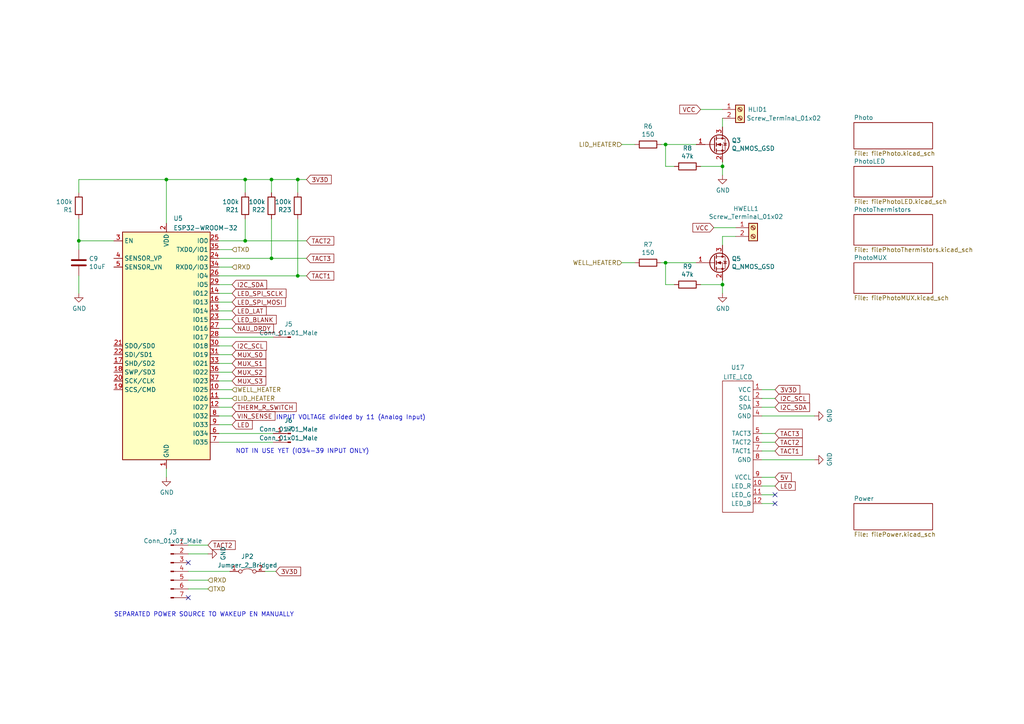
<source format=kicad_sch>
(kicad_sch (version 20211123) (generator eeschema)
  (paper "A4")
  (lib_symbols
    (symbol "Connector:Conn_01x01_Male" (pin_names (offset 1.016) hide)
      (property "Reference" "J" (at 0 2.54 0))
      (property "Value" "Conn_01x01_Male" (at 0 -2.54 0))
      (symbol "Conn_01x01_Male_1_1"
        (polyline (pts (xy 1.27 0) (xy 0.8636 0)) (stroke (width 0.1524)))
        (rectangle (start 0.8636 0.127) (end 0 -0.127) (stroke (width 0.1524)) (fill (type outline)))
        (pin passive line (at 5.08 0 180) (length 3.81) (name "Pin_1") (number "1"))
      )
    )
    (symbol "Connector:Conn_01x07_Male" (pin_names (offset 1.016) hide)
      (property "Reference" "J" (at 0 10.16 0))
      (property "Value" "Conn_01x07_Male" (at 0 -10.16 0))
      (symbol "Conn_01x07_Male_1_1"
        (polyline (pts (xy 1.27 -7.62) (xy 0.8636 -7.62)) (stroke (width 0.1524)))
        (polyline (pts (xy 1.27 -5.08) (xy 0.8636 -5.08)) (stroke (width 0.1524)))
        (polyline (pts (xy 1.27 -2.54) (xy 0.8636 -2.54)) (stroke (width 0.1524)))
        (polyline (pts (xy 1.27 0) (xy 0.8636 0)) (stroke (width 0.1524)))
        (polyline (pts (xy 1.27 2.54) (xy 0.8636 2.54)) (stroke (width 0.1524)))
        (polyline (pts (xy 1.27 5.08) (xy 0.8636 5.08)) (stroke (width 0.1524)))
        (polyline (pts (xy 1.27 7.62) (xy 0.8636 7.62)) (stroke (width 0.1524)))
        (rectangle (start 0.8636 -7.493) (end 0 -7.747) (stroke (width 0.1524)) (fill (type outline)))
        (rectangle (start 0.8636 -4.953) (end 0 -5.207) (stroke (width 0.1524)) (fill (type outline)))
        (rectangle (start 0.8636 -2.413) (end 0 -2.667) (stroke (width 0.1524)) (fill (type outline)))
        (rectangle (start 0.8636 0.127) (end 0 -0.127) (stroke (width 0.1524)) (fill (type outline)))
        (rectangle (start 0.8636 2.667) (end 0 2.413) (stroke (width 0.1524)) (fill (type outline)))
        (rectangle (start 0.8636 5.207) (end 0 4.953) (stroke (width 0.1524)) (fill (type outline)))
        (rectangle (start 0.8636 7.747) (end 0 7.493) (stroke (width 0.1524)) (fill (type outline)))
        (pin passive line (at 5.08 7.62 180) (length 3.81) (name "Pin_1") (number "1"))
        (pin passive line (at 5.08 5.08 180) (length 3.81) (name "Pin_2") (number "2"))
        (pin passive line (at 5.08 2.54 180) (length 3.81) (name "Pin_3") (number "3"))
        (pin passive line (at 5.08 0 180) (length 3.81) (name "Pin_4") (number "4"))
        (pin passive line (at 5.08 -2.54 180) (length 3.81) (name "Pin_5") (number "5"))
        (pin passive line (at 5.08 -5.08 180) (length 3.81) (name "Pin_6") (number "6"))
        (pin passive line (at 5.08 -7.62 180) (length 3.81) (name "Pin_7") (number "7"))
      )
    )
    (symbol "Connector:Screw_Terminal_01x02" (pin_names (offset 1.016) hide)
      (property "Reference" "J" (at 0 2.54 0))
      (property "Value" "Screw_Terminal_01x02" (at 0 -5.08 0))
      (symbol "Screw_Terminal_01x02_1_1"
        (rectangle (start -1.27 1.27) (end 1.27 -3.81) (stroke (width 0.254)) (fill (type background)))
        (circle (center 0 -2.54) (radius 0.635) (stroke (width 0.1524)))
        (polyline (pts (xy -0.5334 -2.2098) (xy 0.3302 -3.048)) (stroke (width 0.1524)))
        (polyline (pts (xy -0.5334 0.3302) (xy 0.3302 -0.508)) (stroke (width 0.1524)))
        (polyline (pts (xy -0.3556 -2.032) (xy 0.508 -2.8702)) (stroke (width 0.1524)))
        (polyline (pts (xy -0.3556 0.508) (xy 0.508 -0.3302)) (stroke (width 0.1524)))
        (circle (center 0 0) (radius 0.635) (stroke (width 0.1524)))
        (pin passive line (at -5.08 0 0) (length 3.81) (name "Pin_1") (number "1"))
        (pin passive line (at -5.08 -2.54 0) (length 3.81) (name "Pin_2") (number "2"))
      )
    )
    (symbol "Device:C" (pin_numbers hide) (pin_names (offset 0.254))
      (property "Reference" "C" (at 0.635 2.54 0))
      (property "Value" "C" (at 0.635 -2.54 0))
      (symbol "C_0_1"
        (polyline (pts (xy -2.032 -0.762) (xy 2.032 -0.762)) (stroke (width 0.508)))
        (polyline (pts (xy -2.032 0.762) (xy 2.032 0.762)) (stroke (width 0.508)))
      )
      (symbol "C_1_1"
        (pin passive line (at 0 3.81 270) (length 2.794) (name "~") (number "1"))
        (pin passive line (at 0 -3.81 90) (length 2.794) (name "~") (number "2"))
      )
    )
    (symbol "Device:Q_NMOS_GSD" (pin_names (offset 0) hide)
      (property "Reference" "Q" (at 5.08 1.27 0))
      (property "Value" "Q_NMOS_GSD" (at 5.08 -1.27 0))
      (symbol "Q_NMOS_GSD_0_1"
        (polyline (pts (xy 0.254 0) (xy -2.54 0)))
        (polyline (pts (xy 0.254 1.905) (xy 0.254 -1.905)) (stroke (width 0.254)))
        (polyline (pts (xy 0.762 -1.27) (xy 0.762 -2.286)) (stroke (width 0.254)))
        (polyline (pts (xy 0.762 0.508) (xy 0.762 -0.508)) (stroke (width 0.254)))
        (polyline (pts (xy 0.762 2.286) (xy 0.762 1.27)) (stroke (width 0.254)))
        (polyline (pts (xy 2.54 2.54) (xy 2.54 1.778)))
        (polyline (pts (xy 2.54 -2.54) (xy 2.54 0) (xy 0.762 0)))
        (polyline (pts (xy 0.762 -1.778) (xy 3.302 -1.778) (xy 3.302 1.778) (xy 0.762 1.778)))
        (polyline (pts (xy 1.016 0) (xy 2.032 0.381) (xy 2.032 -0.381) (xy 1.016 0)) (fill (type outline)))
        (polyline (pts (xy 2.794 0.508) (xy 2.921 0.381) (xy 3.683 0.381) (xy 3.81 0.254)))
        (polyline (pts (xy 3.302 0.381) (xy 2.921 -0.254) (xy 3.683 -0.254) (xy 3.302 0.381)))
        (circle (center 1.651 0) (radius 2.794) (stroke (width 0.254)))
        (circle (center 2.54 -1.778) (radius 0.254) (fill (type outline)))
        (circle (center 2.54 1.778) (radius 0.254) (fill (type outline)))
      )
      (symbol "Q_NMOS_GSD_1_1"
        (pin input line (at -5.08 0 0) (length 2.54) (name "G") (number "1"))
        (pin passive line (at 2.54 -5.08 90) (length 2.54) (name "S") (number "2"))
        (pin passive line (at 2.54 5.08 270) (length 2.54) (name "D") (number "3"))
      )
    )
    (symbol "Device:R" (pin_numbers hide) (pin_names (offset 0))
      (property "Reference" "R" (at 2.032 0 90))
      (property "Value" "R" (at 0 0 90))
      (symbol "R_0_1"
        (rectangle (start -1.016 -2.54) (end 1.016 2.54) (stroke (width 0.254)))
      )
      (symbol "R_1_1"
        (pin passive line (at 0 3.81 270) (length 1.27) (name "~") (number "1"))
        (pin passive line (at 0 -3.81 90) (length 1.27) (name "~") (number "2"))
      )
    )
    (symbol "Jumper:Jumper_2_Bridged" (pin_names (offset 0) hide)
      (property "Reference" "JP" (at 0 1.905 0))
      (property "Value" "Jumper_2_Bridged" (at 0 -2.54 0))
      (symbol "Jumper_2_Bridged_0_0"
        (circle (center -2.032 0) (radius 0.508))
        (circle (center 2.032 0) (radius 0.508))
      )
      (symbol "Jumper_2_Bridged_0_1"
        (arc (start 1.524 0.254) (mid 0 0.762) (end -1.524 0.254))
      )
      (symbol "Jumper_2_Bridged_1_1"
        (pin passive line (at -5.08 0 0) (length 2.54) (name "A") (number "1"))
        (pin passive line (at 5.08 0 180) (length 2.54) (name "B") (number "2"))
      )
    )
    (symbol "Ninja-qPCR:LITE_LCD"
      (property "Reference" "U" (at -3.81 3.81 0))
      (property "Value" "LITE_LCD" (at -3.81 -36.83 0))
      (symbol "LITE_LCD_0_1"
        (rectangle (start 0 2.54) (end -8.89 -35.56) (stroke (width 0.1524)))
      )
      (symbol "LITE_LCD_1_1"
        (pin input line (at 2.54 0 180) (length 2.54) (name "VCC") (number "1"))
        (pin input line (at 2.54 -27.94 180) (length 2.54) (name "LED_R") (number "10"))
        (pin input line (at 2.54 -30.48 180) (length 2.54) (name "LED_G") (number "11"))
        (pin input line (at 2.54 -33.02 180) (length 2.54) (name "LED_B") (number "12"))
        (pin input line (at 2.54 -2.54 180) (length 2.54) (name "SCL") (number "2"))
        (pin input line (at 2.54 -5.08 180) (length 2.54) (name "SDA") (number "3"))
        (pin input line (at 2.54 -7.62 180) (length 2.54) (name "GND") (number "4"))
        (pin input line (at 2.54 -12.7 180) (length 2.54) (name "TACT3") (number "5"))
        (pin input line (at 2.54 -15.24 180) (length 2.54) (name "TACT2") (number "6"))
        (pin input line (at 2.54 -17.78 180) (length 2.54) (name "TACT1") (number "7"))
        (pin input line (at 2.54 -20.32 180) (length 2.54) (name "GND") (number "8"))
        (pin input line (at 2.54 -25.4 180) (length 2.54) (name "VCCL") (number "9"))
      )
    )
    (symbol "RF_Module:ESP32-WROOM-32"
      (property "Reference" "U" (at -12.7 34.29 0))
      (property "Value" "ESP32-WROOM-32" (at 1.27 34.29 0))
      (symbol "ESP32-WROOM-32_0_1"
        (rectangle (start -12.7 33.02) (end 12.7 -33.02) (stroke (width 0.254)) (fill (type background)))
      )
      (symbol "ESP32-WROOM-32_1_1"
        (pin power_in line (at 0 -35.56 90) (length 2.54) (name "GND") (number "1"))
        (pin bidirectional line (at 15.24 -12.7 180) (length 2.54) (name "IO25") (number "10"))
        (pin bidirectional line (at 15.24 -15.24 180) (length 2.54) (name "IO26") (number "11"))
        (pin bidirectional line (at 15.24 -17.78 180) (length 2.54) (name "IO27") (number "12"))
        (pin bidirectional line (at 15.24 10.16 180) (length 2.54) (name "IO14") (number "13"))
        (pin bidirectional line (at 15.24 15.24 180) (length 2.54) (name "IO12") (number "14"))
        (pin passive line (at 0 -35.56 90) (length 2.54) hide (name "GND") (number "15"))
        (pin bidirectional line (at 15.24 12.7 180) (length 2.54) (name "IO13") (number "16"))
        (pin bidirectional line (at -15.24 -5.08 0) (length 2.54) (name "SHD/SD2") (number "17"))
        (pin bidirectional line (at -15.24 -7.62 0) (length 2.54) (name "SWP/SD3") (number "18"))
        (pin bidirectional line (at -15.24 -12.7 0) (length 2.54) (name "SCS/CMD") (number "19"))
        (pin power_in line (at 0 35.56 270) (length 2.54) (name "VDD") (number "2"))
        (pin bidirectional line (at -15.24 -10.16 0) (length 2.54) (name "SCK/CLK") (number "20"))
        (pin bidirectional line (at -15.24 0 0) (length 2.54) (name "SDO/SD0") (number "21"))
        (pin bidirectional line (at -15.24 -2.54 0) (length 2.54) (name "SDI/SD1") (number "22"))
        (pin bidirectional line (at 15.24 7.62 180) (length 2.54) (name "IO15") (number "23"))
        (pin bidirectional line (at 15.24 25.4 180) (length 2.54) (name "IO2") (number "24"))
        (pin bidirectional line (at 15.24 30.48 180) (length 2.54) (name "IO0") (number "25"))
        (pin bidirectional line (at 15.24 20.32 180) (length 2.54) (name "IO4") (number "26"))
        (pin bidirectional line (at 15.24 5.08 180) (length 2.54) (name "IO16") (number "27"))
        (pin bidirectional line (at 15.24 2.54 180) (length 2.54) (name "IO17") (number "28"))
        (pin bidirectional line (at 15.24 17.78 180) (length 2.54) (name "IO5") (number "29"))
        (pin input line (at -15.24 30.48 0) (length 2.54) (name "EN") (number "3"))
        (pin bidirectional line (at 15.24 0 180) (length 2.54) (name "IO18") (number "30"))
        (pin bidirectional line (at 15.24 -2.54 180) (length 2.54) (name "IO19") (number "31"))
        (pin no_connect line (at -12.7 -27.94 0) (length 2.54) hide (name "NC") (number "32"))
        (pin bidirectional line (at 15.24 -5.08 180) (length 2.54) (name "IO21") (number "33"))
        (pin bidirectional line (at 15.24 22.86 180) (length 2.54) (name "RXD0/IO3") (number "34"))
        (pin bidirectional line (at 15.24 27.94 180) (length 2.54) (name "TXD0/IO1") (number "35"))
        (pin bidirectional line (at 15.24 -7.62 180) (length 2.54) (name "IO22") (number "36"))
        (pin bidirectional line (at 15.24 -10.16 180) (length 2.54) (name "IO23") (number "37"))
        (pin passive line (at 0 -35.56 90) (length 2.54) hide (name "GND") (number "38"))
        (pin passive line (at 0 -35.56 90) (length 2.54) hide (name "GND") (number "39"))
        (pin input line (at -15.24 25.4 0) (length 2.54) (name "SENSOR_VP") (number "4"))
        (pin input line (at -15.24 22.86 0) (length 2.54) (name "SENSOR_VN") (number "5"))
        (pin input line (at 15.24 -25.4 180) (length 2.54) (name "IO34") (number "6"))
        (pin input line (at 15.24 -27.94 180) (length 2.54) (name "IO35") (number "7"))
        (pin bidirectional line (at 15.24 -20.32 180) (length 2.54) (name "IO32") (number "8"))
        (pin bidirectional line (at 15.24 -22.86 180) (length 2.54) (name "IO33") (number "9"))
      )
    )
    (symbol "power:GND" (power) (pin_names (offset 0))
      (property "Value" "GND" (at 0 -3.81 0))
      (symbol "GND_0_1"
        (polyline (pts (xy 0 0) (xy 0 -1.27) (xy 1.27 -1.27) (xy 0 -2.54) (xy -1.27 -1.27) (xy 0 -1.27)))
      )
      (symbol "GND_1_1"
        (pin power_in line (at 0 0 270) (length 0) hide (name "GND") (number "1"))
      )
    )
  )
  (junction (at 193.04 41.91))
  (junction (at 22.86 69.85))
  (junction (at 209.55 82.55))
  (junction (at 48.26 52.07))
  (junction (at 86.36 52.07))
  (junction (at 71.12 52.07))
  (junction (at 209.55 48.26))
  (junction (at 86.36 80.01))
  (junction (at 78.74 52.07))
  (junction (at 193.04 76.2))
  (junction (at 78.74 74.93))
  (junction (at 71.12 69.85))
  (no_connect (at 224.79 143.51))
  (no_connect (at 224.79 146.05))
  (no_connect (at 54.61 173.355))
  (no_connect (at 54.61 163.195))
  (wire (pts (xy 71.12 69.85) (xy 88.9 69.85)))
  (wire (pts (xy 203.2 48.26) (xy 209.55 48.26)))
  (wire (pts (xy 63.5 110.49) (xy 67.31 110.49)))
  (wire (pts (xy 63.5 118.11) (xy 67.31 118.11)))
  (wire (pts (xy 193.04 76.2) (xy 191.77 76.2)))
  (wire (pts (xy 78.74 74.93) (xy 88.9 74.93)))
  (wire (pts (xy 63.5 100.33) (xy 67.31 100.33)))
  (wire (pts (xy 193.04 48.26) (xy 193.04 41.91)))
  (wire (pts (xy 213.36 68.58) (xy 209.55 68.58)))
  (wire (pts (xy 48.26 135.89) (xy 48.26 138.43)))
  (wire (pts (xy 220.98 130.81) (xy 224.79 130.81)))
  (wire (pts (xy 207.01 66.04) (xy 213.36 66.04)))
  (wire (pts (xy 71.12 63.5) (xy 71.12 69.85)))
  (wire (pts (xy 193.04 82.55) (xy 193.04 76.2)))
  (wire (pts (xy 201.93 41.91) (xy 193.04 41.91)))
  (wire (pts (xy 48.26 52.07) (xy 22.86 52.07)))
  (wire (pts (xy 86.36 52.07) (xy 88.9 52.07)))
  (wire (pts (xy 63.5 77.47) (xy 67.31 77.47)))
  (wire (pts (xy 220.98 133.35) (xy 236.22 133.35)))
  (wire (pts (xy 63.5 80.01) (xy 86.36 80.01)))
  (wire (pts (xy 22.86 63.5) (xy 22.86 69.85)))
  (wire (pts (xy 220.98 125.73) (xy 224.79 125.73)))
  (wire (pts (xy 22.86 52.07) (xy 22.86 55.88)))
  (wire (pts (xy 220.98 115.57) (xy 224.79 115.57)))
  (wire (pts (xy 86.36 52.07) (xy 86.36 55.88)))
  (wire (pts (xy 63.5 113.03) (xy 67.31 113.03)))
  (wire (pts (xy 220.98 120.65) (xy 236.22 120.65)))
  (wire (pts (xy 54.61 160.655) (xy 60.325 160.655)))
  (wire (pts (xy 203.2 82.55) (xy 209.55 82.55)))
  (wire (pts (xy 220.98 146.05) (xy 224.79 146.05)))
  (wire (pts (xy 54.61 158.115) (xy 60.325 158.115)))
  (wire (pts (xy 78.74 52.07) (xy 78.74 55.88)))
  (wire (pts (xy 195.58 82.55) (xy 193.04 82.55)))
  (wire (pts (xy 63.5 92.71) (xy 67.31 92.71)))
  (wire (pts (xy 63.5 85.09) (xy 67.31 85.09)))
  (wire (pts (xy 209.55 85.09) (xy 209.55 82.55)))
  (wire (pts (xy 63.5 107.95) (xy 67.31 107.95)))
  (wire (pts (xy 220.98 113.03) (xy 224.79 113.03)))
  (wire (pts (xy 180.34 76.2) (xy 184.15 76.2)))
  (wire (pts (xy 86.36 63.5) (xy 86.36 80.01)))
  (wire (pts (xy 78.74 52.07) (xy 86.36 52.07)))
  (wire (pts (xy 63.5 74.93) (xy 78.74 74.93)))
  (wire (pts (xy 22.86 69.85) (xy 33.02 69.85)))
  (wire (pts (xy 22.86 80.01) (xy 22.86 85.09)))
  (wire (pts (xy 48.26 52.07) (xy 48.26 64.77)))
  (wire (pts (xy 86.36 80.01) (xy 88.9 80.01)))
  (wire (pts (xy 63.5 102.87) (xy 67.31 102.87)))
  (wire (pts (xy 54.61 165.735) (xy 66.675 165.735)))
  (wire (pts (xy 48.26 52.07) (xy 71.12 52.07)))
  (wire (pts (xy 63.5 82.55) (xy 67.31 82.55)))
  (wire (pts (xy 201.93 76.2) (xy 193.04 76.2)))
  (wire (pts (xy 209.55 82.55) (xy 209.55 81.28)))
  (wire (pts (xy 209.55 68.58) (xy 209.55 71.12)))
  (wire (pts (xy 63.5 90.17) (xy 67.31 90.17)))
  (wire (pts (xy 63.5 72.39) (xy 67.31 72.39)))
  (wire (pts (xy 63.5 95.25) (xy 67.31 95.25)))
  (wire (pts (xy 54.61 170.815) (xy 60.325 170.815)))
  (wire (pts (xy 63.5 105.41) (xy 67.31 105.41)))
  (wire (pts (xy 78.74 63.5) (xy 78.74 74.93)))
  (wire (pts (xy 71.12 52.07) (xy 78.74 52.07)))
  (wire (pts (xy 220.98 118.11) (xy 224.79 118.11)))
  (wire (pts (xy 22.86 69.85) (xy 22.86 72.39)))
  (wire (pts (xy 220.98 140.97) (xy 224.79 140.97)))
  (wire (pts (xy 63.5 123.19) (xy 67.31 123.19)))
  (wire (pts (xy 54.61 168.275) (xy 60.325 168.275)))
  (wire (pts (xy 180.34 41.91) (xy 184.15 41.91)))
  (wire (pts (xy 63.5 120.65) (xy 67.31 120.65)))
  (wire (pts (xy 63.5 87.63) (xy 67.31 87.63)))
  (wire (pts (xy 63.5 115.57) (xy 67.31 115.57)))
  (wire (pts (xy 209.55 48.26) (xy 209.55 46.99)))
  (wire (pts (xy 76.835 165.735) (xy 80.01 165.735)))
  (wire (pts (xy 193.04 41.91) (xy 191.77 41.91)))
  (wire (pts (xy 220.98 128.27) (xy 224.79 128.27)))
  (wire (pts (xy 209.55 34.29) (xy 209.55 36.83)))
  (wire (pts (xy 220.98 143.51) (xy 224.79 143.51)))
  (wire (pts (xy 209.55 50.8) (xy 209.55 48.26)))
  (wire (pts (xy 63.5 125.73) (xy 79.248 125.73)))
  (wire (pts (xy 71.12 52.07) (xy 71.12 55.88)))
  (wire (pts (xy 63.5 69.85) (xy 71.12 69.85)))
  (wire (pts (xy 63.5 97.79) (xy 79.248 97.79)))
  (wire (pts (xy 195.58 48.26) (xy 193.04 48.26)))
  (wire (pts (xy 203.2 31.75) (xy 209.55 31.75)))
  (wire (pts (xy 220.98 138.43) (xy 224.79 138.43)))
  (wire (pts (xy 63.5 128.27) (xy 79.248 128.27)))
  (text "SEPARATED POWER SOURCE TO WAKEUP EN MANUALLY" (at 33.02 179.07 0) (effects (font (size 1.27 1.27)) (justify left bottom)))
  (text "NOT IN USE YET (IO34-39 INPUT ONLY)" (at 68.326 131.699 0) (effects (font (size 1.27 1.27)) (justify left bottom)))
  (text "INPUT VOLTAGE divided by 11 (Analog Input)" (at 80.01 121.92 0) (effects (font (size 1.27 1.27)) (justify left bottom)))
  (global_label "3V3D" (shape input) (at 224.79 113.03 0) (property "Intersheet References" "${INTERSHEET_REFS}" (effects hide)))
  (global_label "LED_SPI_SCLK" (shape input) (at 67.31 85.09 0) (property "Intersheet References" "${INTERSHEET_REFS}" (effects hide)))
  (global_label "I2C_SCL" (shape input) (at 224.79 115.57 0) (property "Intersheet References" "${INTERSHEET_REFS}" (effects hide)))
  (global_label "TACT2" (shape input) (at 60.325 158.115 0) (property "Intersheet References" "${INTERSHEET_REFS}" (effects hide)))
  (global_label "LED_LAT" (shape input) (at 67.31 90.17 0) (property "Intersheet References" "${INTERSHEET_REFS}" (effects hide)))
  (global_label "LED" (shape input) (at 67.31 123.19 0) (property "Intersheet References" "${INTERSHEET_REFS}" (effects hide)))
  (global_label "TACT2" (shape input) (at 88.9 69.85 0) (property "Intersheet References" "${INTERSHEET_REFS}" (effects hide)))
  (global_label "TACT3" (shape input) (at 224.79 125.73 0) (property "Intersheet References" "${INTERSHEET_REFS}" (effects hide)))
  (global_label "MUX_S3" (shape input) (at 67.31 110.49 0) (property "Intersheet References" "${INTERSHEET_REFS}" (effects hide)))
  (global_label "I2C_SDA" (shape input) (at 67.31 82.55 0) (property "Intersheet References" "${INTERSHEET_REFS}" (effects hide)))
  (global_label "THERM_R_SWITCH" (shape input) (at 67.31 118.11 0) (property "Intersheet References" "${INTERSHEET_REFS}" (effects hide)))
  (global_label "TACT1" (shape input) (at 88.9 80.01 0) (property "Intersheet References" "${INTERSHEET_REFS}" (effects hide)))
  (global_label "NAU_DRDY" (shape input) (at 67.31 95.25 0) (property "Intersheet References" "${INTERSHEET_REFS}" (effects hide)))
  (global_label "MUX_S1" (shape input) (at 67.31 105.41 0) (property "Intersheet References" "${INTERSHEET_REFS}" (effects hide)))
  (global_label "LED_SPI_MOSI" (shape input) (at 67.31 87.63 0) (property "Intersheet References" "${INTERSHEET_REFS}" (effects hide)))
  (global_label "LED" (shape input) (at 224.79 140.97 0) (property "Intersheet References" "${INTERSHEET_REFS}" (effects hide)))
  (global_label "VCC" (shape input) (at 207.01 66.04 180) (property "Intersheet References" "${INTERSHEET_REFS}" (effects hide)))
  (global_label "5V" (shape input) (at 224.79 138.43 0) (property "Intersheet References" "${INTERSHEET_REFS}" (effects hide)))
  (global_label "I2C_SDA" (shape input) (at 224.79 118.11 0) (property "Intersheet References" "${INTERSHEET_REFS}" (effects hide)))
  (global_label "TACT2" (shape input) (at 224.79 128.27 0) (property "Intersheet References" "${INTERSHEET_REFS}" (effects hide)))
  (global_label "TACT3" (shape input) (at 88.9 74.93 0) (property "Intersheet References" "${INTERSHEET_REFS}" (effects hide)))
  (global_label "I2C_SCL" (shape input) (at 67.31 100.33 0) (property "Intersheet References" "${INTERSHEET_REFS}" (effects hide)))
  (global_label "3V3D" (shape input) (at 88.9 52.07 0) (property "Intersheet References" "${INTERSHEET_REFS}" (effects hide)))
  (global_label "VCC" (shape input) (at 203.2 31.75 180) (property "Intersheet References" "${INTERSHEET_REFS}" (effects hide)))
  (global_label "MUX_S0" (shape input) (at 67.31 102.87 0) (property "Intersheet References" "${INTERSHEET_REFS}" (effects hide)))
  (global_label "LED_BLANK" (shape input) (at 67.31 92.71 0) (property "Intersheet References" "${INTERSHEET_REFS}" (effects hide)))
  (global_label "VIN_SENSE" (shape input) (at 67.31 120.65 0) (property "Intersheet References" "${INTERSHEET_REFS}" (effects hide)))
  (global_label "MUX_S2" (shape input) (at 67.31 107.95 0) (property "Intersheet References" "${INTERSHEET_REFS}" (effects hide)))
  (global_label "3V3D" (shape input) (at 80.01 165.735 0) (property "Intersheet References" "${INTERSHEET_REFS}" (effects hide)))
  (global_label "TACT1" (shape input) (at 224.79 130.81 0) (property "Intersheet References" "${INTERSHEET_REFS}" (effects hide)))
  (hierarchical_label "WELL_HEATER" (shape input) (at 67.31 113.03 0))
  (hierarchical_label "RXD" (shape input) (at 60.325 168.275 0))
  (hierarchical_label "LID_HEATER" (shape input) (at 180.34 41.91 180))
  (hierarchical_label "RXD" (shape input) (at 67.31 77.47 0))
  (hierarchical_label "TXD" (shape input) (at 67.31 72.39 0))
  (hierarchical_label "LID_HEATER" (shape input) (at 67.31 115.57 0))
  (hierarchical_label "WELL_HEATER" (shape input) (at 180.34 76.2 180))
  (hierarchical_label "TXD" (shape input) (at 60.325 170.815 0))
  (symbol (lib_id "Device:R") (at 199.39 48.26 270) (unit 1)
    (property "Reference" "R8" (at 199.39 43.0022 90))
    (property "Value" "47k" (at 199.39 45.3136 90))
    (property "Footprint" "Resistor_SMD:R_0603_1608Metric" (effects hide))
  )
  (symbol (lib_id "Device:R") (at 187.96 41.91 270) (unit 1)
    (property "Reference" "R6" (at 187.96 36.6522 90))
    (property "Value" "150" (at 187.96 38.9636 90))
    (property "Footprint" "Resistor_SMD:R_0603_1608Metric" (effects hide))
  )
  (symbol (lib_id "power:GND") (at 209.55 50.8 0) (unit 1)
    (property "Reference" "#PWR05" (effects hide))
    (property "Value" "GND" (at 209.677 55.1942 0))
  )
  (symbol (lib_id "Device:Q_NMOS_GSD") (at 207.01 41.91 0) (unit 1)
    (property "Reference" "Q3" (at 212.1916 40.7416 0) (effects (justify left)))
    (property "Value" "Q_NMOS_GSD" (at 212.1916 43.053 0) (effects (justify left)))
    (property "Footprint" "Ninja-qPCR:SOT95P240X112-3N" (effects hide))
  )
  (symbol (lib_id "Device:R") (at 199.39 82.55 270) (unit 1)
    (property "Reference" "R9" (at 199.39 77.2922 90))
    (property "Value" "47k" (at 199.39 79.6036 90))
    (property "Footprint" "Resistor_SMD:R_0603_1608Metric" (effects hide))
  )
  (symbol (lib_id "Device:R") (at 187.96 76.2 270) (unit 1)
    (property "Reference" "R7" (at 187.96 70.9422 90))
    (property "Value" "150" (at 187.96 73.2536 90))
    (property "Footprint" "Resistor_SMD:R_0603_1608Metric" (effects hide))
  )
  (symbol (lib_id "power:GND") (at 209.55 85.09 0) (unit 1)
    (property "Reference" "#PWR07" (effects hide))
    (property "Value" "GND" (at 209.677 89.4842 0))
  )
  (symbol (lib_id "Device:Q_NMOS_GSD") (at 207.01 76.2 0) (unit 1)
    (property "Reference" "Q5" (at 212.1916 75.0316 0) (effects (justify left)))
    (property "Value" "Q_NMOS_GSD" (at 212.1916 77.343 0) (effects (justify left)))
    (property "Footprint" "Ninja-qPCR:SOT95P240X112-3N" (effects hide))
  )
  (symbol (lib_id "Connector:Screw_Terminal_01x02") (at 218.44 66.04 0) (unit 1)
    (property "Reference" "HWELL1" (at 216.3572 60.5282 0))
    (property "Value" "Screw_Terminal_01x02" (at 216.3572 62.8396 0))
    (property "Footprint" "Ninja-qPCR:TB_SeeedOPL_320110028" (effects hide))
  )
  (symbol (lib_id "Connector:Screw_Terminal_01x02") (at 214.63 31.75 0) (unit 1)
    (property "Reference" "HLID1" (at 219.71 31.75 0))
    (property "Value" "Screw_Terminal_01x02" (at 227.33 34.29 0))
    (property "Footprint" "Ninja-qPCR:TB_SeeedOPL_320110028" (effects hide))
  )
  (symbol (lib_id "power:GND") (at 48.26 138.43 0) (unit 1)
    (property "Reference" "#PWR0104" (effects hide))
    (property "Value" "GND" (at 48.387 142.8242 0))
  )
  (symbol (lib_id "power:GND") (at 60.325 160.655 90) (unit 1)
    (property "Reference" "#PWR0101" (effects hide))
    (property "Value" "GND" (at 64.7192 160.528 0))
  )
  (symbol (lib_id "Connector:Conn_01x07_Male") (at 49.53 165.735 0) (unit 1)
    (property "Reference" "J3" (at 50.165 154.339 0))
    (property "Value" "Conn_01x07_Male" (at 50.165 156.8759 0))
    (property "Footprint" "Connector_PinSocket_2.54mm:PinSocket_1x07_P2.54mm_Horizontal" (effects hide))
  )
  (symbol (lib_id "Jumper:Jumper_2_Bridged") (at 71.755 165.735 0) (unit 1)
    (property "Reference" "JP2" (at 71.755 161.4002 0))
    (property "Value" "Jumper_2_Bridged" (at 71.755 163.9371 0))
    (property "Footprint" "Jumper:SolderJumper-2_P1.3mm_Open_TrianglePad1.0x1.5mm" (effects hide))
  )
  (symbol (lib_id "Device:R") (at 71.12 59.69 180) (unit 1)
    (property "Reference" "R21" (at 69.342 60.8584 0) (effects (justify left)))
    (property "Value" "100k" (at 69.342 58.547 0) (effects (justify left)))
    (property "Footprint" "Resistor_SMD:R_0603_1608Metric" (effects hide))
  )
  (symbol (lib_id "power:GND") (at 236.22 133.35 90) (unit 1)
    (property "Reference" "#PWR0139" (effects hide))
    (property "Value" "GND" (at 240.6142 133.223 0))
  )
  (symbol (lib_id "Connector:Conn_01x01_Male") (at 84.328 128.27 0) (mirror y) (unit 1)
    (property "Reference" "J7" (at 83.693 124.494 0))
    (property "Value" "Conn_01x01_Male" (at 83.693 127.0309 0))
    (property "Footprint" "Pin_Headers:Pin_Header_Straight_1x01_Pitch1.27mm" (effects hide))
  )
  (symbol (lib_id "Device:R") (at 22.86 59.69 180) (unit 1)
    (property "Reference" "R1" (at 21.082 60.8584 0) (effects (justify left)))
    (property "Value" "100k" (at 21.082 58.547 0) (effects (justify left)))
    (property "Footprint" "Resistor_SMD:R_0603_1608Metric" (effects hide))
  )
  (symbol (lib_id "Connector:Conn_01x01_Male") (at 84.328 125.73 0) (mirror y) (unit 1)
    (property "Reference" "J6" (at 83.693 121.954 0))
    (property "Value" "Conn_01x01_Male" (at 83.693 124.4909 0))
    (property "Footprint" "Pin_Headers:Pin_Header_Straight_1x01_Pitch1.27mm" (effects hide))
  )
  (symbol (lib_id "Device:C") (at 22.86 76.2 0) (unit 1)
    (property "Reference" "C9" (at 25.781 75.0316 0) (effects (justify left)))
    (property "Value" "10uF" (at 25.781 77.343 0) (effects (justify left)))
    (property "Footprint" "Capacitor_SMD:C_0805_2012Metric" (effects hide))
  )
  (symbol (lib_id "RF_Module:ESP32-WROOM-32") (at 48.26 100.33 0) (unit 1)
    (property "Reference" "U5" (at 50.2794 63.3435 0) (effects (justify left)))
    (property "Value" "ESP32-WROOM-32" (at 50.2794 66.1186 0) (effects (justify left)))
    (property "Footprint" "RF_Module:ESP32-WROOM-32" (effects hide))
    (property "Datasheet" "https://www.espressif.com/sites/default/files/documentation/esp32-wroom-32_datasheet_en.pdf" (effects hide))
  )
  (symbol (lib_id "Connector:Conn_01x01_Male") (at 84.328 97.79 0) (mirror y) (unit 1)
    (property "Reference" "J5" (at 83.693 94.014 0))
    (property "Value" "Conn_01x01_Male" (at 83.693 96.5509 0))
    (property "Footprint" "Pin_Headers:Pin_Header_Straight_1x01_Pitch1.27mm" (effects hide))
  )
  (symbol (lib_id "Device:R") (at 86.36 59.69 180) (unit 1)
    (property "Reference" "R23" (at 84.582 60.8584 0) (effects (justify left)))
    (property "Value" "100k" (at 84.582 58.547 0) (effects (justify left)))
    (property "Footprint" "Resistor_SMD:R_0603_1608Metric" (effects hide))
  )
  (symbol (lib_id "Device:R") (at 78.74 59.69 180) (unit 1)
    (property "Reference" "R22" (at 76.962 60.8584 0) (effects (justify left)))
    (property "Value" "100k" (at 76.962 58.547 0) (effects (justify left)))
    (property "Footprint" "Resistor_SMD:R_0603_1608Metric" (effects hide))
  )
  (symbol (lib_id "power:GND") (at 236.22 120.65 90) (unit 1)
    (property "Reference" "#PWR0140" (effects hide))
    (property "Value" "GND" (at 240.6142 120.523 0))
  )
  (symbol (lib_id "power:GND") (at 22.86 85.09 0) (unit 1)
    (property "Reference" "#PWR0103" (effects hide))
    (property "Value" "GND" (at 22.987 89.4842 0))
  )
  (symbol (lib_id "Ninja-qPCR:LITE_LCD") (at 218.44 113.03 0) (unit 1)
    (property "Reference" "U17" (at 213.995 106.5743 0))
    (property "Value" "LITE_LCD" (at 213.995 109.3494 0))
    (property "Footprint" "Ninja-qPCR:LITE_LCD" (effects hide))
  )
  (sheet (at 247.65 35.56) (size 22.86 7.62)
    (property "Sheet name" "Photo" (at 247.65 34.8484 0) (effects (justify left bottom)))
    (property "Sheet file" "filePhoto.kicad_sch" (at 247.65 43.7646 0) (effects (justify left top)))
  )
  (sheet (at 247.65 48.26) (size 22.86 8.89)
    (property "Sheet name" "PhotoLED" (at 247.65 47.5484 0) (effects (justify left bottom)))
    (property "Sheet file" "filePhotoLED.kicad_sch" (at 247.65 57.7346 0) (effects (justify left top)))
  )
  (sheet (at 247.65 62.23) (size 22.86 8.89)
    (property "Sheet name" "PhotoThermistors" (at 247.65 61.5184 0) (effects (justify left bottom)))
    (property "Sheet file" "filePhotoThermistors.kicad_sch" (at 247.65 71.7046 0) (effects (justify left top)))
  )
  (sheet (at 247.65 76.2) (size 22.86 8.89)
    (property "Sheet name" "PhotoMUX" (at 247.65 75.4884 0) (effects (justify left bottom)))
    (property "Sheet file" "filePhotoMUX.kicad_sch" (at 247.65 85.6746 0) (effects (justify left top)))
  )
  (sheet (at 247.65 146.05) (size 22.86 7.62) (stroke (width 0.1524))
    (property "Sheet name" "Power" (at 247.65 145.3384 0) (effects (justify left bottom)))
    (property "Sheet file" "filePower.kicad_sch" (at 247.65 154.2546 0) (effects (justify left top)))
  )
)
</source>
